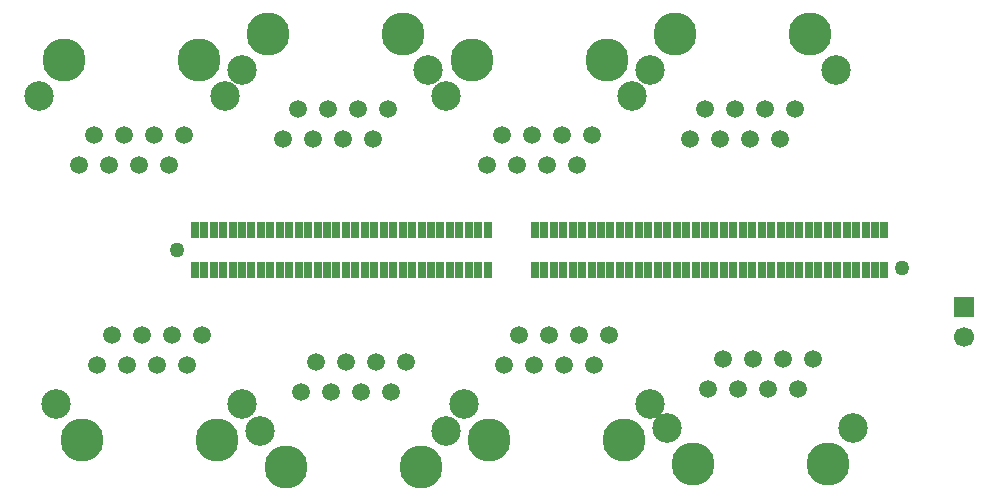
<source format=gbr>
%TF.GenerationSoftware,KiCad,Pcbnew,9.0.2*%
%TF.CreationDate,2025-05-19T01:03:43-04:00*%
%TF.ProjectId,DarkQuest_A5202_Adapter,4461726b-5175-4657-9374-5f4135323032,1*%
%TF.SameCoordinates,Original*%
%TF.FileFunction,Soldermask,Bot*%
%TF.FilePolarity,Negative*%
%FSLAX46Y46*%
G04 Gerber Fmt 4.6, Leading zero omitted, Abs format (unit mm)*
G04 Created by KiCad (PCBNEW 9.0.2) date 2025-05-19 01:03:43*
%MOMM*%
%LPD*%
G01*
G04 APERTURE LIST*
G04 Aperture macros list*
%AMRoundRect*
0 Rectangle with rounded corners*
0 $1 Rounding radius*
0 $2 $3 $4 $5 $6 $7 $8 $9 X,Y pos of 4 corners*
0 Add a 4 corners polygon primitive as box body*
4,1,4,$2,$3,$4,$5,$6,$7,$8,$9,$2,$3,0*
0 Add four circle primitives for the rounded corners*
1,1,$1+$1,$2,$3*
1,1,$1+$1,$4,$5*
1,1,$1+$1,$6,$7*
1,1,$1+$1,$8,$9*
0 Add four rect primitives between the rounded corners*
20,1,$1+$1,$2,$3,$4,$5,0*
20,1,$1+$1,$4,$5,$6,$7,0*
20,1,$1+$1,$6,$7,$8,$9,0*
20,1,$1+$1,$8,$9,$2,$3,0*%
G04 Aperture macros list end*
%ADD10C,2.500000*%
%ADD11C,1.500000*%
%ADD12C,3.650000*%
%ADD13RoundRect,0.102000X0.250000X0.600000X-0.250000X0.600000X-0.250000X-0.600000X0.250000X-0.600000X0*%
%ADD14C,1.270000*%
%ADD15R,1.700000X1.700000*%
%ADD16C,1.700000*%
G04 APERTURE END LIST*
D10*
%TO.C,J2*%
X61375000Y-71100000D03*
X77125000Y-71100000D03*
D11*
X64805000Y-76940000D03*
X66075000Y-74400000D03*
X67345000Y-76940000D03*
X68615000Y-74400000D03*
X69885000Y-76940000D03*
X71155000Y-74400000D03*
X72425000Y-76940000D03*
X73695000Y-74400000D03*
D12*
X63535000Y-68050000D03*
X74965000Y-68050000D03*
%TD*%
%TO.C,J3*%
X65035000Y-100200000D03*
X76465000Y-100200000D03*
D11*
X66305000Y-93850000D03*
X67575000Y-91310000D03*
X68845000Y-93850000D03*
X70115000Y-91310000D03*
X71385000Y-93850000D03*
X72655000Y-91310000D03*
X73925000Y-93850000D03*
X75195000Y-91310000D03*
D10*
X62875000Y-97150000D03*
X78625000Y-97150000D03*
%TD*%
D12*
%TO.C,J4*%
X92215000Y-65800000D03*
X80785000Y-65800000D03*
D11*
X90945000Y-72150000D03*
X89675000Y-74690000D03*
X88405000Y-72150000D03*
X87135000Y-74690000D03*
X85865000Y-72150000D03*
X84595000Y-74690000D03*
X83325000Y-72150000D03*
X82055000Y-74690000D03*
D10*
X94375000Y-68850000D03*
X78625000Y-68850000D03*
%TD*%
D12*
%TO.C,J5*%
X82285000Y-102450000D03*
X93715000Y-102450000D03*
D11*
X83555000Y-96100000D03*
X84825000Y-93560000D03*
X86095000Y-96100000D03*
X87365000Y-93560000D03*
X88635000Y-96100000D03*
X89905000Y-93560000D03*
X91175000Y-96100000D03*
X92445000Y-93560000D03*
D10*
X80125000Y-99400000D03*
X95875000Y-99400000D03*
%TD*%
D12*
%TO.C,J6*%
X109465000Y-68050000D03*
X98035000Y-68050000D03*
D11*
X108195000Y-74400000D03*
X106925000Y-76940000D03*
X105655000Y-74400000D03*
X104385000Y-76940000D03*
X103115000Y-74400000D03*
X101845000Y-76940000D03*
X100575000Y-74400000D03*
X99305000Y-76940000D03*
D10*
X111625000Y-71100000D03*
X95875000Y-71100000D03*
%TD*%
D12*
%TO.C,J7*%
X99535000Y-100200000D03*
X110965000Y-100200000D03*
D11*
X100805000Y-93850000D03*
X102075000Y-91310000D03*
X103345000Y-93850000D03*
X104615000Y-91310000D03*
X105885000Y-93850000D03*
X107155000Y-91310000D03*
X108425000Y-93850000D03*
X109695000Y-91310000D03*
D10*
X97375000Y-97150000D03*
X113125000Y-97150000D03*
%TD*%
D12*
%TO.C,J8*%
X126715000Y-65800000D03*
X115285000Y-65800000D03*
D11*
X125445000Y-72150000D03*
X124175000Y-74690000D03*
X122905000Y-72150000D03*
X121635000Y-74690000D03*
X120365000Y-72150000D03*
X119095000Y-74690000D03*
X117825000Y-72150000D03*
X116555000Y-74690000D03*
D10*
X128875000Y-68850000D03*
X113125000Y-68850000D03*
%TD*%
D12*
%TO.C,J9*%
X116785000Y-102200000D03*
X128215000Y-102200000D03*
D11*
X118055000Y-95850000D03*
X119325000Y-93310000D03*
X120595000Y-95850000D03*
X121865000Y-93310000D03*
X123135000Y-95850000D03*
X124405000Y-93310000D03*
X125675000Y-95850000D03*
X126945000Y-93310000D03*
D10*
X114625000Y-99150000D03*
X130375000Y-99150000D03*
%TD*%
D13*
%TO.C,J1*%
X133000000Y-82414000D03*
X133000000Y-85814000D03*
X132200000Y-82414000D03*
X132200000Y-85814000D03*
X131400000Y-82414000D03*
X131400000Y-85814000D03*
X130600000Y-82414000D03*
X130600000Y-85814000D03*
X129800000Y-82414000D03*
X129800000Y-85814000D03*
X129000000Y-82414000D03*
X129000000Y-85814000D03*
X128200000Y-82414000D03*
X128200000Y-85814000D03*
X127400000Y-82414000D03*
X127400000Y-85814000D03*
X126600000Y-82414000D03*
X126600000Y-85814000D03*
X125800000Y-82414000D03*
X125800000Y-85814000D03*
X125000000Y-82414000D03*
X125000000Y-85814000D03*
X124200000Y-82414000D03*
X124200000Y-85814000D03*
X123400000Y-82414000D03*
X123400000Y-85814000D03*
X122600000Y-82414000D03*
X122600000Y-85814000D03*
X121800000Y-82414000D03*
X121800000Y-85814000D03*
X121000000Y-82414000D03*
X121000000Y-85814000D03*
X120200000Y-82414000D03*
X120200000Y-85814000D03*
X119400000Y-82414000D03*
X119400000Y-85814000D03*
X118600000Y-82414000D03*
X118600000Y-85814000D03*
X117800000Y-82414000D03*
X117800000Y-85814000D03*
X117000000Y-82414000D03*
X117000000Y-85814000D03*
X116200000Y-82414000D03*
X116200000Y-85814000D03*
X115400000Y-82414000D03*
X115400000Y-85814000D03*
X114600000Y-82414000D03*
X114600000Y-85814000D03*
X113800000Y-82414000D03*
X113800000Y-85814000D03*
X113000000Y-82414000D03*
X113000000Y-85814000D03*
X112200000Y-82414000D03*
X112200000Y-85814000D03*
X111400000Y-82414000D03*
X111400000Y-85814000D03*
X110600000Y-82414000D03*
X110600000Y-85814000D03*
X109800000Y-82414000D03*
X109800000Y-85814000D03*
X109000000Y-82414000D03*
X109000000Y-85814000D03*
X108200000Y-82414000D03*
X108200000Y-85814000D03*
X107400000Y-82414000D03*
X107400000Y-85814000D03*
X106600000Y-82414000D03*
X106600000Y-85814000D03*
X105800000Y-82414000D03*
X105800000Y-85814000D03*
X105000000Y-82414000D03*
X105000000Y-85814000D03*
X104200000Y-82414000D03*
X104200000Y-85814000D03*
X103400000Y-82414000D03*
X103400000Y-85814000D03*
X99400000Y-82414000D03*
X99400000Y-85814000D03*
X98600000Y-82414000D03*
X98600000Y-85814000D03*
X97800000Y-82414000D03*
X97800000Y-85814000D03*
X97000000Y-82414000D03*
X97000000Y-85814000D03*
X96200000Y-82414000D03*
X96200000Y-85814000D03*
X95400000Y-82414000D03*
X95400000Y-85814000D03*
X94600000Y-82414000D03*
X94600000Y-85814000D03*
X93800000Y-82414000D03*
X93800000Y-85814000D03*
X93000000Y-82414000D03*
X93000000Y-85814000D03*
X92200000Y-82414000D03*
X92200000Y-85814000D03*
X91400000Y-82414000D03*
X91400000Y-85814000D03*
X90600000Y-82414000D03*
X90600000Y-85814000D03*
X89800000Y-82414000D03*
X89800000Y-85814000D03*
X89000000Y-82414000D03*
X89000000Y-85814000D03*
X88200000Y-82414000D03*
X88200000Y-85814000D03*
X87400000Y-82414000D03*
X87400000Y-85814000D03*
X86600000Y-82414000D03*
X86600000Y-85814000D03*
X85800000Y-82414000D03*
X85800000Y-85814000D03*
X85000000Y-82414000D03*
X85000000Y-85814000D03*
X84200000Y-82414000D03*
X84200000Y-85814000D03*
X83400000Y-82414000D03*
X83400000Y-85814000D03*
X82600000Y-82414000D03*
X82600000Y-85814000D03*
X81800000Y-82414000D03*
X81800000Y-85814000D03*
X81000000Y-82414000D03*
X81000000Y-85814000D03*
X80200000Y-82414000D03*
X80200000Y-85814000D03*
X79400000Y-82414000D03*
X79400000Y-85814000D03*
X78600000Y-82414000D03*
X78600000Y-85814000D03*
X77800000Y-82414000D03*
X77800000Y-85814000D03*
X77000000Y-82414000D03*
X77000000Y-85814000D03*
X76200000Y-82414000D03*
X76200000Y-85814000D03*
X75400000Y-82414000D03*
X75400000Y-85814000D03*
X74600000Y-82414000D03*
X74600000Y-85814000D03*
D14*
X73100000Y-84114000D03*
X134500000Y-85614000D03*
%TD*%
D15*
%TO.C,J18*%
X139750000Y-88975000D03*
D16*
X139750000Y-91515000D03*
%TD*%
M02*

</source>
